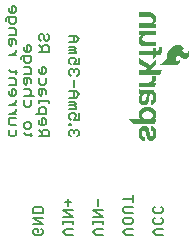
<source format=gbr>
G04 EAGLE Gerber RS-274X export*
G75*
%MOMM*%
%FSLAX34Y34*%
%LPD*%
%INSilkscreen Bottom*%
%IPPOS*%
%AMOC8*
5,1,8,0,0,1.08239X$1,22.5*%
G01*
%ADD10C,0.152400*%
%ADD11C,0.203200*%

G36*
X191700Y175275D02*
X191700Y175275D01*
X191701Y175275D01*
X193501Y175475D01*
X193501Y175476D01*
X193502Y175475D01*
X194102Y175675D01*
X194102Y175676D01*
X194702Y175976D01*
X194703Y175976D01*
X195203Y176276D01*
X195203Y176277D01*
X195204Y176277D01*
X195504Y176777D01*
X195804Y177177D01*
X195804Y177178D01*
X195805Y177178D01*
X196205Y178178D01*
X196204Y178179D01*
X196205Y178179D01*
X196205Y178181D01*
X196207Y178191D01*
X196209Y178201D01*
X196210Y178211D01*
X196212Y178221D01*
X196214Y178231D01*
X196215Y178241D01*
X196217Y178251D01*
X196218Y178261D01*
X196219Y178261D01*
X196218Y178261D01*
X196220Y178271D01*
X196222Y178280D01*
X196222Y178281D01*
X196223Y178290D01*
X196225Y178300D01*
X196227Y178310D01*
X196228Y178320D01*
X196230Y178330D01*
X196232Y178340D01*
X196233Y178350D01*
X196235Y178360D01*
X196237Y178370D01*
X196238Y178380D01*
X196240Y178390D01*
X196242Y178400D01*
X196243Y178410D01*
X196245Y178420D01*
X196247Y178430D01*
X196248Y178439D01*
X196248Y178440D01*
X196250Y178449D01*
X196252Y178459D01*
X196253Y178469D01*
X196255Y178479D01*
X196257Y178489D01*
X196258Y178499D01*
X196260Y178509D01*
X196262Y178519D01*
X196263Y178529D01*
X196265Y178539D01*
X196267Y178549D01*
X196268Y178559D01*
X196270Y178569D01*
X196271Y178579D01*
X196272Y178579D01*
X196271Y178579D01*
X196273Y178589D01*
X196275Y178598D01*
X196275Y178599D01*
X196276Y178608D01*
X196278Y178618D01*
X196280Y178628D01*
X196281Y178638D01*
X196283Y178648D01*
X196285Y178658D01*
X196286Y178668D01*
X196288Y178678D01*
X196290Y178688D01*
X196291Y178698D01*
X196293Y178708D01*
X196295Y178718D01*
X196296Y178728D01*
X196298Y178738D01*
X196300Y178748D01*
X196301Y178757D01*
X196301Y178758D01*
X196303Y178767D01*
X196305Y178777D01*
X196305Y178779D01*
X196305Y178780D01*
X196305Y179580D01*
X196304Y179581D01*
X196305Y179581D01*
X196205Y179981D01*
X196205Y180180D01*
X196204Y180181D01*
X196204Y180182D01*
X196104Y180382D01*
X196104Y180383D01*
X196102Y180383D01*
X196098Y180385D01*
X196098Y180383D01*
X196096Y180384D01*
X195996Y180284D01*
X195996Y180282D01*
X195796Y179882D01*
X195795Y179882D01*
X195696Y179583D01*
X195297Y179184D01*
X194998Y178985D01*
X194699Y178885D01*
X194401Y178885D01*
X194102Y178985D01*
X193703Y179184D01*
X193404Y179483D01*
X193204Y179782D01*
X193005Y180281D01*
X192905Y180780D01*
X192905Y181579D01*
X193105Y182378D01*
X193504Y182977D01*
X194003Y183376D01*
X194601Y183575D01*
X195299Y183575D01*
X195997Y183276D01*
X196797Y182576D01*
X197697Y181776D01*
X198497Y181076D01*
X198498Y181076D01*
X199398Y180576D01*
X199399Y180576D01*
X199399Y180575D01*
X200299Y180375D01*
X200300Y180376D01*
X200300Y180375D01*
X201100Y180375D01*
X201101Y180376D01*
X201102Y180375D01*
X202002Y180675D01*
X202002Y180676D01*
X202003Y180676D01*
X202703Y181176D01*
X202703Y181177D01*
X202704Y181177D01*
X203504Y182077D01*
X203504Y182078D01*
X204104Y183178D01*
X204104Y183179D01*
X204105Y183179D01*
X204305Y184279D01*
X204305Y184280D01*
X204305Y185280D01*
X204304Y185281D01*
X204305Y185282D01*
X204005Y186182D01*
X203705Y186982D01*
X203704Y186982D01*
X203404Y187582D01*
X203404Y187583D01*
X203104Y187983D01*
X203104Y187984D01*
X203004Y188084D01*
X203002Y188084D01*
X203001Y188085D01*
X203000Y188084D01*
X202999Y188084D01*
X202997Y188084D01*
X202997Y188082D01*
X202995Y188080D01*
X202995Y187780D01*
X202996Y187779D01*
X202995Y187778D01*
X203095Y187479D01*
X203095Y187181D01*
X202995Y186781D01*
X202991Y186758D01*
X202986Y186734D01*
X202981Y186709D01*
X202976Y186684D01*
X202971Y186659D01*
X202966Y186634D01*
X202961Y186609D01*
X202956Y186585D01*
X202956Y186584D01*
X202951Y186560D01*
X202946Y186535D01*
X202941Y186510D01*
X202936Y186485D01*
X202931Y186460D01*
X202926Y186435D01*
X202921Y186411D01*
X202916Y186386D01*
X202911Y186361D01*
X202906Y186336D01*
X202901Y186311D01*
X202896Y186286D01*
X202895Y186282D01*
X202696Y185883D01*
X202397Y185484D01*
X202098Y185285D01*
X201798Y185185D01*
X201798Y185184D01*
X201598Y185085D01*
X201300Y184985D01*
X201002Y185085D01*
X201001Y185085D01*
X200602Y185185D01*
X200303Y185384D01*
X200302Y185384D01*
X199903Y185584D01*
X199604Y185883D01*
X199404Y186183D01*
X199104Y186583D01*
X198904Y186882D01*
X198505Y187681D01*
X198505Y188379D01*
X198605Y188678D01*
X198803Y188976D01*
X199102Y189075D01*
X199401Y189175D01*
X200200Y189175D01*
X200201Y189176D01*
X200202Y189175D01*
X200202Y189177D01*
X200205Y189179D01*
X200204Y189181D01*
X200204Y189182D01*
X199804Y189982D01*
X199803Y189983D01*
X199803Y189984D01*
X198903Y190784D01*
X197703Y191484D01*
X197702Y191484D01*
X197702Y191485D01*
X196302Y191985D01*
X196301Y191984D01*
X196301Y191985D01*
X194701Y192285D01*
X194700Y192284D01*
X194700Y192285D01*
X194665Y192283D01*
X194576Y192278D01*
X194487Y192273D01*
X194486Y192273D01*
X194397Y192268D01*
X194308Y192263D01*
X194307Y192263D01*
X194218Y192258D01*
X194129Y192253D01*
X194128Y192253D01*
X194039Y192248D01*
X193950Y192243D01*
X193860Y192238D01*
X193771Y192233D01*
X193682Y192228D01*
X193681Y192228D01*
X193592Y192223D01*
X193503Y192218D01*
X193502Y192218D01*
X193413Y192214D01*
X193413Y192213D01*
X193324Y192209D01*
X193234Y192204D01*
X193145Y192199D01*
X193056Y192194D01*
X193055Y192194D01*
X192966Y192189D01*
X192900Y192185D01*
X192899Y192184D01*
X192899Y192185D01*
X191099Y191685D01*
X191098Y191684D01*
X189298Y190684D01*
X189297Y190684D01*
X188397Y189984D01*
X188396Y189984D01*
X187596Y189184D01*
X187596Y189183D01*
X186896Y188383D01*
X186296Y187383D01*
X186296Y187382D01*
X186295Y187382D01*
X185895Y186382D01*
X185896Y186381D01*
X185895Y186381D01*
X185595Y185281D01*
X185395Y184081D01*
X185395Y184080D01*
X185395Y182180D01*
X185395Y182177D01*
X185394Y182177D01*
X185395Y182177D01*
X185393Y182167D01*
X185391Y182157D01*
X185390Y182147D01*
X185388Y182138D01*
X185388Y182137D01*
X185386Y182128D01*
X185385Y182118D01*
X185383Y182108D01*
X185381Y182098D01*
X185380Y182088D01*
X185378Y182078D01*
X185376Y182068D01*
X185375Y182058D01*
X185373Y182048D01*
X185371Y182038D01*
X185370Y182028D01*
X185368Y182018D01*
X185366Y182008D01*
X185365Y181998D01*
X185363Y181988D01*
X185361Y181979D01*
X185361Y181978D01*
X185360Y181969D01*
X185358Y181959D01*
X185356Y181949D01*
X185355Y181939D01*
X185353Y181929D01*
X185351Y181919D01*
X185350Y181909D01*
X185348Y181899D01*
X185346Y181889D01*
X185345Y181879D01*
X185343Y181869D01*
X185342Y181859D01*
X185341Y181859D01*
X185342Y181859D01*
X185340Y181849D01*
X185338Y181839D01*
X185337Y181829D01*
X185335Y181820D01*
X185335Y181819D01*
X185333Y181810D01*
X185332Y181800D01*
X185330Y181790D01*
X185328Y181780D01*
X185327Y181770D01*
X185325Y181760D01*
X185323Y181750D01*
X185322Y181740D01*
X185320Y181730D01*
X185318Y181720D01*
X185317Y181710D01*
X185315Y181700D01*
X185313Y181690D01*
X185312Y181680D01*
X185310Y181670D01*
X185308Y181661D01*
X185308Y181660D01*
X185307Y181651D01*
X185305Y181641D01*
X185303Y181631D01*
X185302Y181621D01*
X185300Y181611D01*
X185298Y181601D01*
X185297Y181591D01*
X185295Y181582D01*
X184996Y181083D01*
X184596Y180583D01*
X184196Y180084D01*
X183597Y179584D01*
X183596Y179584D01*
X182297Y178284D01*
X181597Y177784D01*
X181596Y177784D01*
X180997Y177184D01*
X180397Y176684D01*
X180396Y176684D01*
X179897Y176184D01*
X179497Y175884D01*
X179496Y175884D01*
X179197Y175584D01*
X178897Y175384D01*
X178896Y175381D01*
X178895Y175380D01*
X178895Y175280D01*
X178899Y175275D01*
X178900Y175275D01*
X191700Y175275D01*
X191700Y175275D01*
G37*
G36*
X175303Y125778D02*
X175303Y125778D01*
X175305Y125779D01*
X175405Y126179D01*
X175505Y126679D01*
X175505Y126680D01*
X175505Y127179D01*
X175605Y127579D01*
X175705Y128079D01*
X175805Y128479D01*
X176005Y129479D01*
X176004Y129480D01*
X176002Y129485D01*
X176001Y129484D01*
X176000Y129485D01*
X174214Y129485D01*
X174703Y129876D01*
X174703Y129877D01*
X174704Y129876D01*
X175104Y130276D01*
X175104Y130277D01*
X175504Y130777D01*
X176104Y131777D01*
X176104Y131779D01*
X176105Y131779D01*
X176305Y132979D01*
X176305Y132980D01*
X176305Y133680D01*
X176205Y135180D01*
X176204Y135181D01*
X176205Y135182D01*
X175705Y136582D01*
X175704Y136582D01*
X175704Y136583D01*
X175004Y137683D01*
X175003Y137683D01*
X175003Y137684D01*
X174003Y138584D01*
X172903Y139284D01*
X172902Y139284D01*
X172901Y139285D01*
X171601Y139685D01*
X170201Y139985D01*
X170200Y139985D01*
X170190Y139986D01*
X170116Y139991D01*
X170041Y139996D01*
X169967Y140001D01*
X169966Y140001D01*
X169892Y140006D01*
X169818Y140011D01*
X169817Y140011D01*
X169743Y140015D01*
X169668Y140020D01*
X169594Y140025D01*
X169519Y140030D01*
X169445Y140035D01*
X169370Y140040D01*
X169296Y140045D01*
X169221Y140050D01*
X169147Y140055D01*
X169072Y140060D01*
X168998Y140065D01*
X168923Y140070D01*
X168849Y140075D01*
X168848Y140075D01*
X168774Y140080D01*
X168701Y140085D01*
X168700Y140085D01*
X168671Y140083D01*
X168602Y140078D01*
X168532Y140073D01*
X168463Y140068D01*
X168462Y140068D01*
X168393Y140063D01*
X168323Y140058D01*
X168254Y140053D01*
X168184Y140048D01*
X168115Y140043D01*
X168045Y140038D01*
X167976Y140033D01*
X167906Y140028D01*
X167836Y140023D01*
X167767Y140018D01*
X167697Y140013D01*
X167628Y140008D01*
X167558Y140003D01*
X167489Y139998D01*
X167419Y139994D01*
X167350Y139989D01*
X167349Y139989D01*
X167300Y139985D01*
X167299Y139985D01*
X165999Y139685D01*
X165999Y139684D01*
X165998Y139685D01*
X164798Y139185D01*
X164798Y139184D01*
X163698Y138584D01*
X163697Y138583D01*
X163696Y138584D01*
X162796Y137684D01*
X162796Y137683D01*
X161996Y136583D01*
X161996Y136582D01*
X161995Y136582D01*
X161595Y135382D01*
X161596Y135381D01*
X161595Y135381D01*
X161395Y133881D01*
X161396Y133880D01*
X161395Y133880D01*
X161395Y133879D01*
X161695Y132079D01*
X161696Y132079D01*
X161696Y132078D01*
X161996Y131478D01*
X161996Y131477D01*
X162596Y130477D01*
X162597Y130477D01*
X162597Y130476D01*
X163097Y130076D01*
X163595Y129678D01*
X163595Y129585D01*
X153400Y129585D01*
X153399Y129584D01*
X153397Y129584D01*
X153397Y129582D01*
X153395Y129581D01*
X153397Y129579D01*
X153396Y129576D01*
X154296Y128677D01*
X155496Y127177D01*
X155497Y127177D01*
X155496Y127176D01*
X156396Y126277D01*
X156796Y125777D01*
X156799Y125776D01*
X156800Y125775D01*
X175300Y125775D01*
X175303Y125778D01*
G37*
G36*
X166701Y141375D02*
X166701Y141375D01*
X166701Y141376D01*
X166702Y141375D01*
X167602Y141675D01*
X167602Y141676D01*
X168302Y142076D01*
X168303Y142077D01*
X168304Y142077D01*
X168904Y142777D01*
X168904Y142778D01*
X169304Y143478D01*
X169305Y143478D01*
X169605Y144278D01*
X169605Y144279D01*
X169805Y145079D01*
X170005Y146879D01*
X170105Y147779D01*
X170205Y148479D01*
X170405Y149178D01*
X170605Y149778D01*
X170904Y150277D01*
X171302Y150575D01*
X172399Y150575D01*
X172997Y150276D01*
X173096Y150176D01*
X173098Y150176D01*
X173296Y150076D01*
X173595Y149479D01*
X173595Y149280D01*
X173596Y149279D01*
X173596Y149278D01*
X173695Y149079D01*
X173695Y147281D01*
X173196Y146283D01*
X172797Y145884D01*
X172598Y145785D01*
X172298Y145685D01*
X172298Y145684D01*
X172099Y145585D01*
X171600Y145585D01*
X171595Y145581D01*
X171595Y145580D01*
X171595Y141680D01*
X171596Y141679D01*
X171599Y141675D01*
X171600Y141676D01*
X171601Y141675D01*
X172801Y141875D01*
X172801Y141876D01*
X172802Y141875D01*
X173402Y142075D01*
X173402Y142076D01*
X173403Y142076D01*
X173803Y142376D01*
X174303Y142676D01*
X174703Y142976D01*
X174703Y142977D01*
X174704Y142977D01*
X175004Y143377D01*
X175604Y144377D01*
X175604Y144378D01*
X175605Y144378D01*
X175805Y144878D01*
X175804Y144879D01*
X175805Y144879D01*
X175905Y145379D01*
X176105Y145978D01*
X176105Y145979D01*
X176205Y146579D01*
X176305Y147079D01*
X176305Y147080D01*
X176305Y149380D01*
X176305Y149381D01*
X176205Y149880D01*
X176205Y150480D01*
X176205Y150481D01*
X176105Y150981D01*
X176104Y150981D01*
X176105Y150982D01*
X175905Y151481D01*
X175805Y151981D01*
X175804Y151981D01*
X175805Y151982D01*
X175605Y152482D01*
X175604Y152482D01*
X175604Y152483D01*
X174704Y153683D01*
X174703Y153683D01*
X174703Y153684D01*
X174303Y153984D01*
X174302Y153984D01*
X173902Y154184D01*
X173902Y154185D01*
X173402Y154385D01*
X173401Y154384D01*
X173401Y154385D01*
X172901Y154485D01*
X172900Y154485D01*
X164201Y154485D01*
X164002Y154584D01*
X164001Y154584D01*
X164000Y154585D01*
X163101Y154585D01*
X162902Y154684D01*
X162901Y154684D01*
X162900Y154685D01*
X162701Y154685D01*
X162502Y154784D01*
X162501Y154784D01*
X162500Y154785D01*
X162201Y154785D01*
X162003Y154884D01*
X161904Y154984D01*
X161901Y154984D01*
X161900Y154985D01*
X161800Y154985D01*
X161795Y154981D01*
X161795Y154980D01*
X161795Y151080D01*
X161799Y151075D01*
X161800Y151075D01*
X161898Y151075D01*
X161996Y150976D01*
X161999Y150976D01*
X162000Y150975D01*
X162098Y150975D01*
X162196Y150876D01*
X162199Y150876D01*
X162200Y150875D01*
X162498Y150875D01*
X162596Y150776D01*
X162599Y150776D01*
X162600Y150775D01*
X163184Y150775D01*
X162897Y150584D01*
X162897Y150583D01*
X162896Y150583D01*
X162696Y150283D01*
X162496Y150084D01*
X162496Y150083D01*
X162296Y149783D01*
X162296Y149782D01*
X162295Y149782D01*
X162196Y149482D01*
X161996Y149183D01*
X161996Y149182D01*
X161995Y149182D01*
X161895Y148882D01*
X161795Y148582D01*
X161595Y147982D01*
X161596Y147981D01*
X161595Y147980D01*
X161595Y147681D01*
X161495Y147382D01*
X161496Y147381D01*
X161495Y147380D01*
X161495Y146981D01*
X161395Y146682D01*
X161395Y146681D01*
X161396Y146681D01*
X161395Y146680D01*
X161395Y145580D01*
X161395Y145579D01*
X161495Y145079D01*
X161495Y144580D01*
X161496Y144579D01*
X161495Y144579D01*
X161595Y144179D01*
X161596Y144179D01*
X161595Y144178D01*
X161795Y143678D01*
X161796Y143678D01*
X161996Y143278D01*
X161996Y143277D01*
X162196Y142978D01*
X162396Y142578D01*
X162397Y142577D01*
X162396Y142576D01*
X162696Y142276D01*
X162697Y142276D01*
X162997Y142076D01*
X163397Y141776D01*
X163697Y141576D01*
X163699Y141576D01*
X163699Y141575D01*
X164198Y141475D01*
X164598Y141276D01*
X164599Y141276D01*
X164600Y141275D01*
X165100Y141275D01*
X165599Y141175D01*
X165600Y141176D01*
X165601Y141175D01*
X166701Y141375D01*
G37*
G36*
X179202Y167277D02*
X179202Y167277D01*
X179204Y167278D01*
X181304Y171178D01*
X181304Y171179D01*
X181305Y171179D01*
X181304Y171181D01*
X181303Y171184D01*
X181301Y171184D01*
X181300Y171185D01*
X170912Y171185D01*
X176003Y176076D01*
X176004Y176078D01*
X176005Y176079D01*
X176004Y176079D01*
X176005Y176080D01*
X176005Y180680D01*
X176004Y180681D01*
X176004Y180683D01*
X176002Y180683D01*
X176001Y180685D01*
X175999Y180683D01*
X175996Y180684D01*
X170799Y175386D01*
X161803Y181284D01*
X161801Y181284D01*
X161801Y181285D01*
X161799Y181284D01*
X161796Y181283D01*
X161797Y181281D01*
X161795Y181280D01*
X161795Y176580D01*
X161797Y176578D01*
X161797Y176576D01*
X168092Y172679D01*
X166698Y171185D01*
X161800Y171185D01*
X161795Y171181D01*
X161795Y171180D01*
X161795Y167280D01*
X161799Y167275D01*
X161800Y167275D01*
X179200Y167275D01*
X179202Y167277D01*
G37*
G36*
X176005Y206679D02*
X176005Y206679D01*
X176005Y206680D01*
X176005Y210380D01*
X176001Y210385D01*
X176000Y210385D01*
X174005Y210385D01*
X174005Y210477D01*
X174603Y210876D01*
X174603Y210877D01*
X174604Y210876D01*
X175004Y211276D01*
X175004Y211277D01*
X175404Y211777D01*
X175804Y212377D01*
X175804Y212378D01*
X175805Y212378D01*
X176205Y213578D01*
X176205Y213579D01*
X176305Y214179D01*
X176305Y214180D01*
X176305Y214780D01*
X176205Y216180D01*
X176205Y216181D01*
X175905Y217281D01*
X175904Y217282D01*
X175404Y218182D01*
X175403Y218183D01*
X175404Y218184D01*
X174704Y218884D01*
X174703Y218884D01*
X173903Y219384D01*
X173902Y219384D01*
X173901Y219385D01*
X172901Y219685D01*
X171801Y219885D01*
X171800Y219885D01*
X171775Y219887D01*
X171710Y219892D01*
X171646Y219897D01*
X171581Y219902D01*
X171516Y219907D01*
X171452Y219912D01*
X171387Y219917D01*
X171323Y219922D01*
X171258Y219927D01*
X171193Y219932D01*
X171129Y219937D01*
X171064Y219942D01*
X171000Y219947D01*
X170935Y219952D01*
X170871Y219957D01*
X170870Y219957D01*
X170806Y219961D01*
X170741Y219966D01*
X170677Y219971D01*
X170612Y219976D01*
X170548Y219981D01*
X170500Y219985D01*
X161800Y219985D01*
X161795Y219981D01*
X161795Y219980D01*
X161795Y216080D01*
X161799Y216075D01*
X161800Y216075D01*
X169800Y216075D01*
X170599Y215975D01*
X171299Y215875D01*
X171898Y215775D01*
X172397Y215476D01*
X172796Y215177D01*
X173095Y214678D01*
X173195Y214179D01*
X173295Y213580D01*
X173195Y212781D01*
X173095Y212182D01*
X172796Y211683D01*
X172297Y211284D01*
X171798Y210985D01*
X171099Y210685D01*
X170200Y210585D01*
X161800Y210585D01*
X161795Y210581D01*
X161795Y210580D01*
X161795Y206680D01*
X161799Y206675D01*
X161800Y206675D01*
X176000Y206675D01*
X176005Y206679D01*
G37*
G36*
X176005Y191379D02*
X176005Y191379D01*
X176005Y191380D01*
X176005Y195180D01*
X176001Y195185D01*
X176000Y195185D01*
X168000Y195185D01*
X166401Y195385D01*
X165802Y195485D01*
X165403Y195784D01*
X165004Y196083D01*
X164705Y196582D01*
X164605Y197081D01*
X164505Y197680D01*
X164605Y198479D01*
X164705Y199078D01*
X165004Y199577D01*
X165403Y199976D01*
X166002Y200275D01*
X166701Y200575D01*
X167500Y200675D01*
X176000Y200675D01*
X176005Y200679D01*
X176005Y200680D01*
X176005Y204580D01*
X176001Y204585D01*
X176000Y204585D01*
X161800Y204585D01*
X161795Y204581D01*
X161795Y204580D01*
X161795Y200880D01*
X161799Y200875D01*
X161800Y200875D01*
X163795Y200875D01*
X163795Y200783D01*
X163197Y200384D01*
X162697Y199984D01*
X162697Y199983D01*
X162696Y199983D01*
X162296Y199483D01*
X162296Y199482D01*
X161996Y198882D01*
X161995Y198882D01*
X161795Y198382D01*
X161595Y197782D01*
X161596Y197781D01*
X161595Y197781D01*
X161495Y197081D01*
X161395Y196481D01*
X161396Y196480D01*
X161395Y196480D01*
X161495Y195080D01*
X161496Y195079D01*
X161495Y195078D01*
X161895Y193978D01*
X161896Y193978D01*
X162396Y193078D01*
X162396Y193077D01*
X162996Y192377D01*
X162997Y192377D01*
X162998Y192376D01*
X163898Y191876D01*
X163899Y191875D01*
X164899Y191575D01*
X165999Y191375D01*
X166000Y191375D01*
X176000Y191375D01*
X176005Y191379D01*
G37*
G36*
X166400Y111075D02*
X166400Y111075D01*
X166405Y111079D01*
X166404Y111079D01*
X166405Y111080D01*
X166405Y114780D01*
X166401Y114785D01*
X166400Y114785D01*
X165801Y114785D01*
X165303Y114984D01*
X164904Y115284D01*
X164604Y115683D01*
X164305Y116082D01*
X164205Y116681D01*
X164105Y117181D01*
X164005Y117780D01*
X164105Y118179D01*
X164105Y118180D01*
X164105Y118579D01*
X164205Y118978D01*
X164404Y119377D01*
X164704Y119777D01*
X165003Y120076D01*
X165401Y120175D01*
X165800Y120275D01*
X166198Y120175D01*
X166597Y119976D01*
X166896Y119577D01*
X167196Y119078D01*
X167395Y118479D01*
X167795Y116879D01*
X167995Y115879D01*
X168195Y114979D01*
X168196Y114979D01*
X168195Y114978D01*
X168495Y114178D01*
X168795Y113478D01*
X168796Y113478D01*
X169196Y112778D01*
X169196Y112777D01*
X169596Y112177D01*
X169597Y112177D01*
X169597Y112176D01*
X170197Y111776D01*
X170198Y111776D01*
X170198Y111775D01*
X170898Y111475D01*
X170899Y111476D01*
X170899Y111475D01*
X171799Y111375D01*
X171800Y111375D01*
X173000Y111475D01*
X173001Y111476D01*
X173002Y111475D01*
X174002Y111875D01*
X174002Y111876D01*
X174003Y111876D01*
X174803Y112576D01*
X174803Y112577D01*
X174804Y112577D01*
X175404Y113277D01*
X175404Y113278D01*
X175904Y114278D01*
X175904Y114279D01*
X175905Y114279D01*
X176105Y115279D01*
X176305Y116379D01*
X176305Y116380D01*
X176305Y118680D01*
X176305Y118681D01*
X176105Y119781D01*
X175805Y120781D01*
X175804Y120782D01*
X175805Y120782D01*
X175405Y121682D01*
X175404Y121682D01*
X175404Y121683D01*
X174804Y122483D01*
X174803Y122483D01*
X174803Y122484D01*
X174003Y123084D01*
X174002Y123084D01*
X173002Y123584D01*
X173001Y123584D01*
X173001Y123585D01*
X171801Y123785D01*
X171800Y123784D01*
X171795Y123781D01*
X171796Y123781D01*
X171795Y123780D01*
X171795Y120080D01*
X171798Y120076D01*
X171799Y120075D01*
X172299Y119975D01*
X172798Y119776D01*
X173096Y119576D01*
X173296Y119278D01*
X173496Y118878D01*
X173695Y118379D01*
X173695Y116681D01*
X173595Y116382D01*
X173595Y116381D01*
X173495Y115981D01*
X173396Y115683D01*
X173097Y115484D01*
X172799Y115285D01*
X172401Y115285D01*
X172002Y115385D01*
X171604Y115684D01*
X171304Y116083D01*
X171005Y116682D01*
X170805Y117281D01*
X170705Y118081D01*
X170105Y120481D01*
X169905Y121381D01*
X169904Y121382D01*
X169104Y122782D01*
X169104Y122783D01*
X168604Y123383D01*
X168603Y123383D01*
X168603Y123384D01*
X168003Y123784D01*
X168002Y123784D01*
X168002Y123785D01*
X167302Y124085D01*
X167301Y124084D01*
X167301Y124085D01*
X166401Y124185D01*
X166400Y124184D01*
X166399Y124185D01*
X165099Y123985D01*
X165099Y123984D01*
X165098Y123985D01*
X163998Y123585D01*
X163998Y123584D01*
X163997Y123584D01*
X163197Y122984D01*
X163197Y122983D01*
X163196Y122983D01*
X162496Y122183D01*
X162496Y122182D01*
X161996Y121182D01*
X161995Y121181D01*
X161695Y120081D01*
X161495Y118881D01*
X161495Y118880D01*
X161395Y117680D01*
X161495Y116480D01*
X161495Y116479D01*
X161695Y115279D01*
X161995Y114179D01*
X161996Y114178D01*
X162496Y113178D01*
X162496Y113177D01*
X163196Y112377D01*
X163197Y112377D01*
X163197Y112376D01*
X164097Y111676D01*
X164098Y111676D01*
X164098Y111675D01*
X165098Y111275D01*
X165099Y111276D01*
X165099Y111275D01*
X166399Y111075D01*
X166400Y111075D01*
G37*
G36*
X173401Y179777D02*
X173401Y179777D01*
X173404Y179777D01*
X173704Y180177D01*
X175304Y181776D01*
X175304Y181777D01*
X175604Y182176D01*
X176003Y182476D01*
X176004Y182479D01*
X176005Y182480D01*
X176005Y183675D01*
X178000Y183675D01*
X178001Y183675D01*
X178001Y183676D01*
X178002Y183675D01*
X178802Y183975D01*
X179502Y184275D01*
X179502Y184276D01*
X179503Y184276D01*
X180103Y184776D01*
X180103Y184777D01*
X180104Y184777D01*
X180604Y185477D01*
X180604Y185478D01*
X181004Y186278D01*
X181005Y186279D01*
X181305Y187279D01*
X181304Y187279D01*
X181305Y187280D01*
X181305Y190180D01*
X181304Y190181D01*
X181304Y190182D01*
X181204Y190382D01*
X181201Y190383D01*
X181200Y190385D01*
X178400Y190385D01*
X178395Y190381D01*
X178395Y190380D01*
X178395Y188681D01*
X178295Y188282D01*
X178096Y187883D01*
X177798Y187684D01*
X177599Y187585D01*
X177200Y187585D01*
X177199Y187584D01*
X177199Y187585D01*
X176799Y187485D01*
X176005Y187485D01*
X176005Y190180D01*
X176001Y190185D01*
X176000Y190185D01*
X173400Y190185D01*
X173395Y190181D01*
X173395Y190180D01*
X173395Y187485D01*
X161800Y187485D01*
X161795Y187481D01*
X161795Y187480D01*
X161795Y183680D01*
X161799Y183675D01*
X161800Y183675D01*
X173395Y183675D01*
X173395Y179780D01*
X173396Y179779D01*
X173397Y179776D01*
X173398Y179777D01*
X173399Y179775D01*
X173401Y179777D01*
G37*
G36*
X175304Y156678D02*
X175304Y156678D01*
X175305Y156679D01*
X175405Y157179D01*
X175505Y157579D01*
X175504Y157580D01*
X175505Y157580D01*
X175505Y158080D01*
X175605Y158579D01*
X175705Y158979D01*
X175805Y159479D01*
X175905Y159979D01*
X176005Y160379D01*
X176004Y160380D01*
X176002Y160385D01*
X176001Y160384D01*
X176000Y160385D01*
X173319Y160385D01*
X174002Y160776D01*
X174003Y160776D01*
X174503Y161176D01*
X175103Y161676D01*
X175103Y161677D01*
X175104Y161677D01*
X175504Y162177D01*
X175504Y162178D01*
X175904Y162878D01*
X175905Y162878D01*
X176105Y163478D01*
X176105Y163479D01*
X176305Y164179D01*
X176304Y164179D01*
X176305Y164180D01*
X176305Y165580D01*
X176303Y165582D01*
X176304Y165584D01*
X176205Y165682D01*
X176205Y165780D01*
X176201Y165785D01*
X176200Y165785D01*
X172600Y165785D01*
X172595Y165781D01*
X172595Y165780D01*
X172595Y165680D01*
X172596Y165679D01*
X172596Y165678D01*
X172695Y165479D01*
X172695Y164381D01*
X172595Y163381D01*
X172395Y162582D01*
X171996Y161883D01*
X171397Y161384D01*
X170698Y160985D01*
X169999Y160785D01*
X169099Y160585D01*
X161800Y160585D01*
X161795Y160581D01*
X161795Y160580D01*
X161795Y156680D01*
X161799Y156675D01*
X161800Y156675D01*
X175300Y156675D01*
X175304Y156678D01*
G37*
%LPC*%
G36*
X168001Y129485D02*
X168001Y129485D01*
X167201Y129685D01*
X166402Y129885D01*
X165703Y130184D01*
X165204Y130683D01*
X164704Y131282D01*
X164505Y131981D01*
X164405Y132880D01*
X164505Y133679D01*
X164705Y134478D01*
X165204Y135076D01*
X165703Y135476D01*
X166402Y135775D01*
X167201Y136075D01*
X168000Y136175D01*
X169700Y136175D01*
X170499Y136075D01*
X171298Y135775D01*
X171997Y135476D01*
X172596Y134977D01*
X172996Y134378D01*
X173295Y133679D01*
X173395Y132780D01*
X173295Y131981D01*
X172996Y131183D01*
X172596Y130684D01*
X171997Y130184D01*
X171298Y129885D01*
X170499Y129585D01*
X169700Y129485D01*
X168001Y129485D01*
G37*
%LPD*%
%LPC*%
G36*
X165601Y145085D02*
X165601Y145085D01*
X165302Y145185D01*
X165301Y145184D01*
X165301Y145185D01*
X165300Y145185D01*
X165101Y145185D01*
X164903Y145284D01*
X164804Y145384D01*
X164802Y145384D01*
X164604Y145484D01*
X164504Y145682D01*
X164503Y145683D01*
X164504Y145684D01*
X164404Y145783D01*
X164205Y146181D01*
X164205Y146380D01*
X164204Y146381D01*
X164204Y146382D01*
X164105Y146581D01*
X164105Y146780D01*
X164104Y146781D01*
X164104Y146782D01*
X164005Y146981D01*
X164005Y147480D01*
X164105Y147979D01*
X164105Y147980D01*
X164105Y148479D01*
X164304Y148878D01*
X164304Y148879D01*
X164305Y148879D01*
X164405Y149278D01*
X164604Y149577D01*
X164803Y149776D01*
X165103Y149976D01*
X165103Y149977D01*
X165104Y149976D01*
X165303Y150176D01*
X165602Y150275D01*
X165902Y150375D01*
X165902Y150376D01*
X166102Y150475D01*
X166401Y150575D01*
X168688Y150575D01*
X168496Y150384D01*
X168496Y150381D01*
X168495Y150380D01*
X168495Y150181D01*
X168296Y149782D01*
X168296Y149781D01*
X168295Y149780D01*
X168295Y149581D01*
X168196Y149382D01*
X168196Y149381D01*
X168195Y149380D01*
X168195Y148981D01*
X168096Y148782D01*
X168096Y148781D01*
X168095Y148780D01*
X168095Y148581D01*
X167995Y148282D01*
X167995Y148281D01*
X167996Y148281D01*
X167995Y148280D01*
X167995Y147881D01*
X167895Y147582D01*
X167896Y147581D01*
X167895Y147581D01*
X167895Y147580D01*
X167895Y147181D01*
X167796Y146982D01*
X167796Y146981D01*
X167795Y146980D01*
X167795Y146781D01*
X167695Y146482D01*
X167596Y146283D01*
X167496Y146184D01*
X167496Y146182D01*
X167296Y145783D01*
X167196Y145684D01*
X167196Y145682D01*
X167096Y145484D01*
X166499Y145185D01*
X166300Y145185D01*
X166299Y145184D01*
X166298Y145184D01*
X166099Y145085D01*
X165601Y145085D01*
G37*
%LPD*%
D10*
X109565Y115062D02*
X111005Y116503D01*
X111005Y119384D01*
X109565Y120824D01*
X108124Y120824D01*
X106684Y119384D01*
X106684Y117943D01*
X106684Y119384D02*
X105243Y120824D01*
X103803Y120824D01*
X102362Y119384D01*
X102362Y116503D01*
X103803Y115062D01*
X103803Y124417D02*
X102362Y124417D01*
X103803Y124417D02*
X103803Y125858D01*
X102362Y125858D01*
X102362Y124417D01*
X111005Y129095D02*
X111005Y134857D01*
X111005Y129095D02*
X106684Y129095D01*
X108124Y131976D01*
X108124Y133416D01*
X106684Y134857D01*
X103803Y134857D01*
X102362Y133416D01*
X102362Y130535D01*
X103803Y129095D01*
X102362Y138450D02*
X108124Y138450D01*
X108124Y139891D01*
X106684Y141331D01*
X102362Y141331D01*
X106684Y141331D02*
X108124Y142772D01*
X106684Y144212D01*
X102362Y144212D01*
X102362Y147805D02*
X108124Y147805D01*
X111005Y150686D01*
X108124Y153567D01*
X102362Y153567D01*
X106684Y153567D02*
X106684Y147805D01*
X106684Y157160D02*
X106684Y162923D01*
X109565Y166516D02*
X111005Y167956D01*
X111005Y170837D01*
X109565Y172278D01*
X108124Y172278D01*
X106684Y170837D01*
X106684Y169397D01*
X106684Y170837D02*
X105243Y172278D01*
X103803Y172278D01*
X102362Y170837D01*
X102362Y167956D01*
X103803Y166516D01*
X111005Y175871D02*
X111005Y181633D01*
X111005Y175871D02*
X106684Y175871D01*
X108124Y178752D01*
X108124Y180192D01*
X106684Y181633D01*
X103803Y181633D01*
X102362Y180192D01*
X102362Y177311D01*
X103803Y175871D01*
X102362Y185226D02*
X108124Y185226D01*
X108124Y186666D01*
X106684Y188107D01*
X102362Y188107D01*
X106684Y188107D02*
X108124Y189548D01*
X106684Y190988D01*
X102362Y190988D01*
X102362Y194581D02*
X108124Y194581D01*
X111005Y197462D01*
X108124Y200343D01*
X102362Y200343D01*
X106684Y200343D02*
X106684Y194581D01*
X85605Y115062D02*
X76962Y115062D01*
X85605Y115062D02*
X85605Y119384D01*
X84165Y120824D01*
X81284Y120824D01*
X79843Y119384D01*
X79843Y115062D01*
X79843Y117943D02*
X76962Y120824D01*
X76962Y125858D02*
X76962Y128739D01*
X76962Y125858D02*
X78403Y124417D01*
X81284Y124417D01*
X82724Y125858D01*
X82724Y128739D01*
X81284Y130179D01*
X79843Y130179D01*
X79843Y124417D01*
X82724Y133772D02*
X74081Y133772D01*
X82724Y133772D02*
X82724Y138094D01*
X81284Y139535D01*
X78403Y139535D01*
X76962Y138094D01*
X76962Y133772D01*
X85605Y143128D02*
X85605Y144568D01*
X76962Y144568D01*
X76962Y143128D02*
X76962Y146009D01*
X82724Y150805D02*
X82724Y153686D01*
X81284Y155127D01*
X76962Y155127D01*
X76962Y150805D01*
X78403Y149364D01*
X79843Y150805D01*
X79843Y155127D01*
X82724Y160160D02*
X82724Y164482D01*
X82724Y160160D02*
X81284Y158720D01*
X78403Y158720D01*
X76962Y160160D01*
X76962Y164482D01*
X76962Y169515D02*
X76962Y172396D01*
X76962Y169515D02*
X78403Y168075D01*
X81284Y168075D01*
X82724Y169515D01*
X82724Y172396D01*
X81284Y173837D01*
X79843Y173837D01*
X79843Y168075D01*
X76962Y186785D02*
X85605Y186785D01*
X85605Y191107D01*
X84165Y192547D01*
X81284Y192547D01*
X79843Y191107D01*
X79843Y186785D01*
X79843Y189666D02*
X76962Y192547D01*
X85605Y200462D02*
X84165Y201903D01*
X85605Y200462D02*
X85605Y197581D01*
X84165Y196140D01*
X82724Y196140D01*
X81284Y197581D01*
X81284Y200462D01*
X79843Y201903D01*
X78403Y201903D01*
X76962Y200462D01*
X76962Y197581D01*
X78403Y196140D01*
X71465Y116503D02*
X65703Y116503D01*
X64262Y117943D01*
X70024Y117943D02*
X70024Y115062D01*
X64262Y122739D02*
X64262Y125620D01*
X65703Y127061D01*
X68584Y127061D01*
X70024Y125620D01*
X70024Y122739D01*
X68584Y121299D01*
X65703Y121299D01*
X64262Y122739D01*
X70024Y141450D02*
X70024Y145771D01*
X70024Y141450D02*
X68584Y140009D01*
X65703Y140009D01*
X64262Y141450D01*
X64262Y145771D01*
X64262Y149364D02*
X72905Y149364D01*
X70024Y150805D02*
X68584Y149364D01*
X70024Y150805D02*
X70024Y153686D01*
X68584Y155127D01*
X64262Y155127D01*
X70024Y160160D02*
X70024Y163041D01*
X68584Y164482D01*
X64262Y164482D01*
X64262Y160160D01*
X65703Y158720D01*
X67143Y160160D01*
X67143Y164482D01*
X64262Y168075D02*
X70024Y168075D01*
X70024Y172396D01*
X68584Y173837D01*
X64262Y173837D01*
X61381Y180311D02*
X61381Y181752D01*
X62821Y183192D01*
X70024Y183192D01*
X70024Y178870D01*
X68584Y177430D01*
X65703Y177430D01*
X64262Y178870D01*
X64262Y183192D01*
X64262Y188226D02*
X64262Y191107D01*
X64262Y188226D02*
X65703Y186785D01*
X68584Y186785D01*
X70024Y188226D01*
X70024Y191107D01*
X68584Y192547D01*
X67143Y192547D01*
X67143Y186785D01*
X57324Y120824D02*
X57324Y116503D01*
X55884Y115062D01*
X53003Y115062D01*
X51562Y116503D01*
X51562Y120824D01*
X53003Y124417D02*
X57324Y124417D01*
X53003Y124417D02*
X51562Y125858D01*
X51562Y130179D01*
X57324Y130179D01*
X57324Y133772D02*
X51562Y133772D01*
X54443Y133772D02*
X57324Y136654D01*
X57324Y138094D01*
X57324Y141568D02*
X51562Y141568D01*
X54443Y141568D02*
X57324Y144449D01*
X57324Y145890D01*
X51562Y150805D02*
X51562Y153686D01*
X51562Y150805D02*
X53003Y149364D01*
X55884Y149364D01*
X57324Y150805D01*
X57324Y153686D01*
X55884Y155127D01*
X54443Y155127D01*
X54443Y149364D01*
X51562Y158720D02*
X57324Y158720D01*
X57324Y163041D01*
X55884Y164482D01*
X51562Y164482D01*
X53003Y169515D02*
X58765Y169515D01*
X53003Y169515D02*
X51562Y170956D01*
X57324Y170956D02*
X57324Y168075D01*
X57324Y183667D02*
X51562Y183667D01*
X54443Y183667D02*
X57324Y186548D01*
X57324Y187988D01*
X57324Y192903D02*
X57324Y195784D01*
X55884Y197225D01*
X51562Y197225D01*
X51562Y192903D01*
X53003Y191463D01*
X54443Y192903D01*
X54443Y197225D01*
X51562Y200818D02*
X57324Y200818D01*
X57324Y205140D01*
X55884Y206580D01*
X51562Y206580D01*
X48681Y213054D02*
X48681Y214495D01*
X50121Y215935D01*
X57324Y215935D01*
X57324Y211614D01*
X55884Y210173D01*
X53003Y210173D01*
X51562Y211614D01*
X51562Y215935D01*
X51562Y220969D02*
X51562Y223850D01*
X51562Y220969D02*
X53003Y219528D01*
X55884Y219528D01*
X57324Y220969D01*
X57324Y223850D01*
X55884Y225290D01*
X54443Y225290D01*
X54443Y219528D01*
D11*
X100248Y31496D02*
X105671Y31496D01*
X100248Y31496D02*
X97536Y34208D01*
X100248Y36919D01*
X105671Y36919D01*
X97536Y40851D02*
X97536Y43563D01*
X97536Y42207D02*
X105671Y42207D01*
X105671Y40851D02*
X105671Y43563D01*
X105671Y47088D02*
X97536Y47088D01*
X97536Y52511D02*
X105671Y47088D01*
X105671Y52511D02*
X97536Y52511D01*
X101603Y56443D02*
X101603Y61866D01*
X98892Y59155D02*
X104315Y59155D01*
X151048Y31496D02*
X156471Y31496D01*
X151048Y31496D02*
X148336Y34208D01*
X151048Y36919D01*
X156471Y36919D01*
X156471Y42207D02*
X156471Y44919D01*
X156471Y42207D02*
X155115Y40851D01*
X149692Y40851D01*
X148336Y42207D01*
X148336Y44919D01*
X149692Y46274D01*
X155115Y46274D01*
X156471Y44919D01*
X156471Y50206D02*
X149692Y50206D01*
X148336Y51562D01*
X148336Y54274D01*
X149692Y55630D01*
X156471Y55630D01*
X156471Y62273D02*
X148336Y62273D01*
X156471Y59562D02*
X156471Y64985D01*
X80271Y35563D02*
X78915Y36919D01*
X80271Y35563D02*
X80271Y32852D01*
X78915Y31496D01*
X73492Y31496D01*
X72136Y32852D01*
X72136Y35563D01*
X73492Y36919D01*
X76203Y36919D01*
X76203Y34208D01*
X72136Y40851D02*
X80271Y40851D01*
X72136Y46274D01*
X80271Y46274D01*
X80271Y50206D02*
X72136Y50206D01*
X72136Y54274D01*
X73492Y55630D01*
X78915Y55630D01*
X80271Y54274D01*
X80271Y50206D01*
X176448Y31496D02*
X181871Y31496D01*
X176448Y31496D02*
X173736Y34208D01*
X176448Y36919D01*
X181871Y36919D01*
X181871Y44919D02*
X180515Y46274D01*
X181871Y44919D02*
X181871Y42207D01*
X180515Y40851D01*
X175092Y40851D01*
X173736Y42207D01*
X173736Y44919D01*
X175092Y46274D01*
X181871Y54274D02*
X180515Y55630D01*
X181871Y54274D02*
X181871Y51562D01*
X180515Y50206D01*
X175092Y50206D01*
X173736Y51562D01*
X173736Y54274D01*
X175092Y55630D01*
X131071Y31496D02*
X125648Y31496D01*
X122936Y34208D01*
X125648Y36919D01*
X131071Y36919D01*
X122936Y40851D02*
X122936Y43563D01*
X122936Y42207D02*
X131071Y42207D01*
X131071Y40851D02*
X131071Y43563D01*
X131071Y47088D02*
X122936Y47088D01*
X122936Y52511D02*
X131071Y47088D01*
X131071Y52511D02*
X122936Y52511D01*
X127003Y56443D02*
X127003Y61866D01*
M02*

</source>
